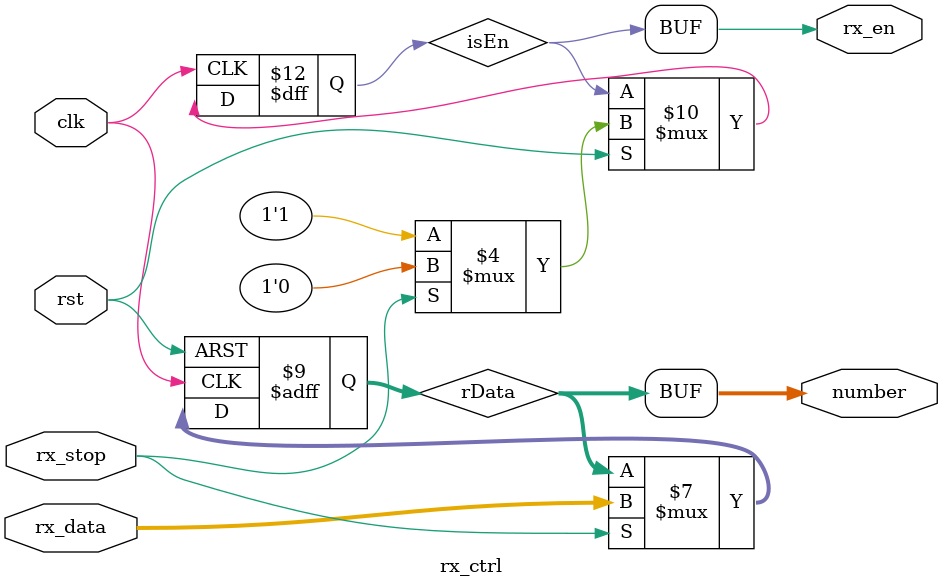
<source format=v>
module rx_ctrl(clk,rst,rx_stop,rx_en,rx_data,number);
	input clk,rst;
	input rx_stop;
	input[7:0] rx_data;
	output rx_en;
	output[7:0] number;
	
	reg[7:0] rData;
	reg isEn;
	always@(posedge clk or negedge rst)
		if(!rst)
			rData<=8'd0;
		else if(rx_stop)
			begin
				rData<=rx_data;
				isEn<=1'b0;
			end
		else
			isEn<=1'b1;
	assign number=rData;
	assign rx_en=isEn;
endmodule
	
</source>
